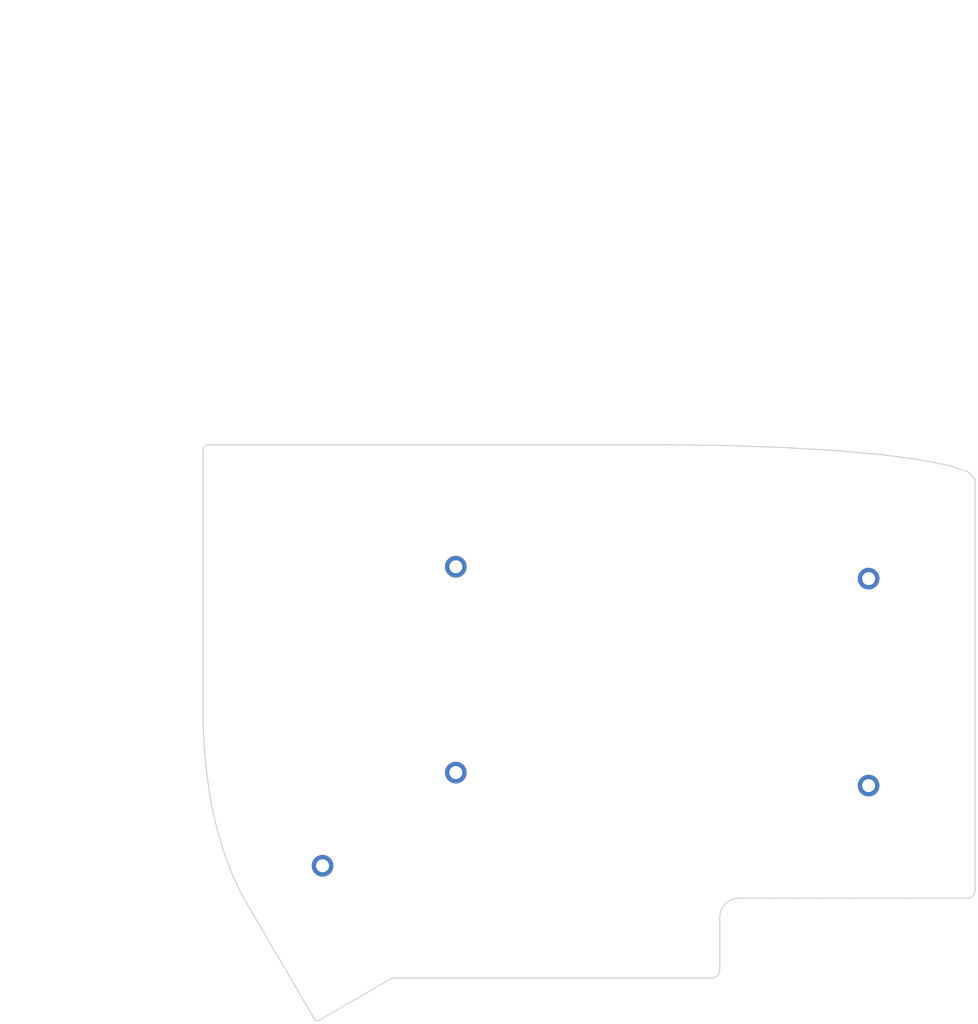
<source format=kicad_pcb>
(kicad_pcb (version 20171130) (host pcbnew "(5.0.0-3-g5ebb6b6)")

  (general
    (thickness 1.6)
    (drawings 121)
    (tracks 0)
    (zones 0)
    (modules 5)
    (nets 2)
  )

  (page A4)
  (layers
    (0 F.Cu signal)
    (31 B.Cu signal)
    (32 B.Adhes user)
    (33 F.Adhes user)
    (34 B.Paste user)
    (35 F.Paste user)
    (36 B.SilkS user)
    (37 F.SilkS user)
    (38 B.Mask user)
    (39 F.Mask user)
    (40 Dwgs.User user hide)
    (41 Cmts.User user)
    (42 Eco1.User user)
    (43 Eco2.User user)
    (44 Edge.Cuts user)
    (45 Margin user)
    (46 B.CrtYd user)
    (47 F.CrtYd user)
    (48 B.Fab user)
    (49 F.Fab user hide)
  )

  (setup
    (last_trace_width 0.25)
    (user_trace_width 0.25)
    (user_trace_width 0.5)
    (trace_clearance 0.2)
    (zone_clearance 0.508)
    (zone_45_only no)
    (trace_min 0.2)
    (segment_width 0.2)
    (edge_width 0.15)
    (via_size 0.4)
    (via_drill 0.3)
    (via_min_size 0.4)
    (via_min_drill 0.3)
    (uvia_size 0.3)
    (uvia_drill 0.1)
    (uvias_allowed no)
    (uvia_min_size 0.2)
    (uvia_min_drill 0.1)
    (pcb_text_width 0.3)
    (pcb_text_size 1.5 1.5)
    (mod_edge_width 0.15)
    (mod_text_size 1 1)
    (mod_text_width 0.15)
    (pad_size 4.9 4.9)
    (pad_drill 4.7)
    (pad_to_mask_clearance 0.2)
    (aux_axis_origin 0 0)
    (visible_elements FFFDFFFF)
    (pcbplotparams
      (layerselection 0x010f0_ffffffff)
      (usegerberextensions true)
      (usegerberattributes false)
      (usegerberadvancedattributes false)
      (creategerberjobfile false)
      (excludeedgelayer false)
      (linewidth 0.100000)
      (plotframeref false)
      (viasonmask true)
      (mode 1)
      (useauxorigin false)
      (hpglpennumber 1)
      (hpglpenspeed 20)
      (hpglpendiameter 15.000000)
      (psnegative false)
      (psa4output false)
      (plotreference true)
      (plotvalue true)
      (plotinvisibletext false)
      (padsonsilk true)
      (subtractmaskfromsilk false)
      (outputformat 1)
      (mirror false)
      (drillshape 0)
      (scaleselection 1)
      (outputdirectory "gerber/"))
  )

  (net 0 "")
  (net 1 GND)

  (net_class Default "これは標準のネット クラスです。"
    (clearance 0.2)
    (trace_width 0.25)
    (via_dia 0.4)
    (via_drill 0.3)
    (uvia_dia 0.3)
    (uvia_drill 0.1)
  )

  (net_class GND ""
    (clearance 0.2)
    (trace_width 0.5)
    (via_dia 0.4)
    (via_drill 0.3)
    (uvia_dia 0.3)
    (uvia_drill 0.1)
  )

  (net_class VCC ""
    (clearance 0.2)
    (trace_width 0.5)
    (via_dia 0.4)
    (via_drill 0.3)
    (uvia_dia 0.3)
    (uvia_drill 0.1)
  )

  (module Lily58-footprint:M2_HOLE_PCB (layer F.Cu) (tedit 5BA4F97A) (tstamp 5B8BE94E)
    (at 129.6 59.6)
    (path /5B74DA95)
    (fp_text reference TH3 (at 0 2.7) (layer F.SilkS) hide
      (effects (font (size 1 1) (thickness 0.15)))
    )
    (fp_text value HOLE (at 0 -2.6) (layer F.Fab)
      (effects (font (size 1 1) (thickness 0.15)))
    )
    (pad "" thru_hole circle (at 0 0) (size 4 4) (drill 2.4) (layers *.Cu *.Mask))
  )

  (module Lily58-footprint:M2_HOLE_PCB (layer F.Cu) (tedit 5BA4F97A) (tstamp 5B8BE953)
    (at 205.8 61.8)
    (path /5B74D1C0)
    (fp_text reference TH4 (at 0 2.7) (layer F.SilkS) hide
      (effects (font (size 1 1) (thickness 0.15)))
    )
    (fp_text value HOLE (at 0 -2.6) (layer F.Fab)
      (effects (font (size 1 1) (thickness 0.15)))
    )
    (pad "" thru_hole circle (at 0 0) (size 4 4) (drill 2.4) (layers *.Cu *.Mask))
  )

  (module Lily58-footprint:M2_HOLE_PCB (layer F.Cu) (tedit 5BA4F97A) (tstamp 5B8BE958)
    (at 129.6 97.6)
    (path /5B74D78B)
    (fp_text reference TH5 (at 0 2.7) (layer F.SilkS) hide
      (effects (font (size 1 1) (thickness 0.15)))
    )
    (fp_text value HOLE (at 0 -2.6) (layer F.Fab)
      (effects (font (size 1 1) (thickness 0.15)))
    )
    (pad "" thru_hole circle (at 0 0) (size 4 4) (drill 2.4) (layers *.Cu *.Mask))
  )

  (module Lily58-footprint:M2_HOLE_PCB (layer F.Cu) (tedit 5BA4F97A) (tstamp 5B8BE95D)
    (at 205.8 100)
    (path /5B74D88C)
    (fp_text reference TH6 (at 0 2.7) (layer F.SilkS) hide
      (effects (font (size 1 1) (thickness 0.15)))
    )
    (fp_text value HOLE (at 0 -2.6) (layer F.Fab)
      (effects (font (size 1 1) (thickness 0.15)))
    )
    (pad "" thru_hole circle (at 0 0) (size 4 4) (drill 2.4) (layers *.Cu *.Mask))
  )

  (module Lily58-footprint:M2_HOLE_PCB (layer F.Cu) (tedit 5BA4F97A) (tstamp 5B8BE962)
    (at 105 114.8 90)
    (path /5B74D98F)
    (fp_text reference TH7 (at 0 2.7 90) (layer F.SilkS) hide
      (effects (font (size 1 1) (thickness 0.15)))
    )
    (fp_text value HOLE (at 0 -2.6 90) (layer F.Fab)
      (effects (font (size 1 1) (thickness 0.15)))
    )
    (pad "" thru_hole circle (at 0 0 90) (size 4 4) (drill 2.4) (layers *.Cu *.Mask))
  )

  (gr_line (start 116.186619 136.480784) (end 117.862313 135.510645) (layer Edge.Cuts) (width 0.2))
  (gr_line (start 114.510925 137.450923) (end 116.186619 136.480784) (layer Edge.Cuts) (width 0.2))
  (gr_line (start 82.937528 50.750629) (end 82.937528 44.443695) (layer Edge.Cuts) (width 0.2))
  (gr_line (start 82.937528 57.057562) (end 82.937528 50.750629) (layer Edge.Cuts) (width 0.2))
  (gr_line (start 115.211711 37.086762) (end 104.803877 37.086762) (layer Edge.Cuts) (width 0.2))
  (gr_line (start 218.692418 120.789735) (end 223.959999 120.789735) (layer Edge.Cuts) (width 0.2))
  (gr_line (start 213.424836 120.789735) (end 218.692418 120.789735) (layer Edge.Cuts) (width 0.2))
  (gr_line (start 208.157255 120.789735) (end 213.424836 120.789735) (layer Edge.Cuts) (width 0.2))
  (gr_line (start 202.889673 120.789735) (end 208.157255 120.789735) (layer Edge.Cuts) (width 0.2))
  (gr_line (start 197.622092 120.789735) (end 202.889673 120.789735) (layer Edge.Cuts) (width 0.2))
  (gr_line (start 192.354511 120.789735) (end 197.622092 120.789735) (layer Edge.Cuts) (width 0.2))
  (gr_line (start 187.086929 120.789735) (end 192.354511 120.789735) (layer Edge.Cuts) (width 0.2))
  (gr_line (start 181.819348 120.789735) (end 187.086929 120.789735) (layer Edge.Cuts) (width 0.2))
  (gr_line (start 181.113524 120.860778) (end 181.819348 120.789735) (layer Edge.Cuts) (width 0.2))
  (gr_line (start 180.456326 121.064561) (end 181.113524 120.860778) (layer Edge.Cuts) (width 0.2))
  (gr_line (start 179.861773 121.387065) (end 180.456326 121.064561) (layer Edge.Cuts) (width 0.2))
  (gr_line (start 179.343884 121.814271) (end 179.861773 121.387065) (layer Edge.Cuts) (width 0.2))
  (gr_line (start 178.916678 122.33216) (end 179.343884 121.814271) (layer Edge.Cuts) (width 0.2))
  (gr_line (start 178.594174 122.926713) (end 178.916678 122.33216) (layer Edge.Cuts) (width 0.2))
  (gr_line (start 178.390391 123.583911) (end 178.594174 122.926713) (layer Edge.Cuts) (width 0.2))
  (gr_line (start 178.319348 124.289735) (end 178.390391 123.583911) (layer Edge.Cuts) (width 0.2))
  (gr_line (start 199.807654 38.170488) (end 189.919538 37.585374) (layer Edge.Cuts) (width 0.2))
  (gr_line (start 208.420758 38.945561) (end 199.807654 38.170488) (layer Edge.Cuts) (width 0.2))
  (gr_line (start 215.525697 39.885159) (end 208.420758 38.945561) (layer Edge.Cuts) (width 0.2))
  (gr_line (start 220.889319 40.963847) (end 215.525697 39.885159) (layer Edge.Cuts) (width 0.2))
  (gr_line (start 178.989563 37.215654) (end 167.250881 37.086762) (layer Edge.Cuts) (width 0.2))
  (gr_line (start 189.919538 37.585374) (end 178.989563 37.215654) (layer Edge.Cuts) (width 0.2))
  (gr_line (start 177.658308 135.25566) (end 177.4035 135.393876) (layer Edge.Cuts) (width 0.2))
  (gr_line (start 177.880261 135.072571) (end 177.658308 135.25566) (layer Edge.Cuts) (width 0.2))
  (gr_line (start 178.063349 134.850619) (end 177.880261 135.072571) (layer Edge.Cuts) (width 0.2))
  (gr_line (start 178.201565 134.59581) (end 178.063349 134.850619) (layer Edge.Cuts) (width 0.2))
  (gr_line (start 178.288901 134.314154) (end 178.201565 134.59581) (layer Edge.Cuts) (width 0.2))
  (gr_line (start 178.319348 134.011658) (end 178.288901 134.314154) (layer Edge.Cuts) (width 0.2))
  (gr_line (start 225.46 52.918378) (end 225.46 62.4) (layer Edge.Cuts) (width 0.2))
  (gr_line (start 225.46 43.436755) (end 225.46 52.918378) (layer Edge.Cuts) (width 0.2))
  (gr_line (start 82.937528 69.671429) (end 82.937528 63.364495) (layer Edge.Cuts) (width 0.2))
  (gr_line (start 82.937528 75.978362) (end 82.937528 69.671429) (layer Edge.Cuts) (width 0.2))
  (gr_line (start 82.937528 82.285296) (end 82.937528 75.978362) (layer Edge.Cuts) (width 0.2))
  (gr_line (start 82.937528 88.592229) (end 82.937528 82.285296) (layer Edge.Cuts) (width 0.2))
  (gr_line (start 104.803877 37.086762) (end 94.396044 37.086762) (layer Edge.Cuts) (width 0.2))
  (gr_line (start 125.619545 37.086762) (end 115.211711 37.086762) (layer Edge.Cuts) (width 0.2))
  (gr_line (start 136.027379 37.086762) (end 125.619545 37.086762) (layer Edge.Cuts) (width 0.2))
  (gr_line (start 146.435213 37.086762) (end 136.027379 37.086762) (layer Edge.Cuts) (width 0.2))
  (gr_line (start 156.843047 37.086762) (end 146.435213 37.086762) (layer Edge.Cuts) (width 0.2))
  (gr_line (start 167.250881 37.086762) (end 156.843047 37.086762) (layer Edge.Cuts) (width 0.2))
  (gr_line (start 83.400937 37.265961) (end 83.579303 37.16921) (layer Edge.Cuts) (width 0.2))
  (gr_line (start 83.24557 37.394123) (end 83.400937 37.265961) (layer Edge.Cuts) (width 0.2))
  (gr_line (start 83.117409 37.549489) (end 83.24557 37.394123) (layer Edge.Cuts) (width 0.2))
  (gr_line (start 83.020657 37.727855) (end 83.117409 37.549489) (layer Edge.Cuts) (width 0.2))
  (gr_line (start 82.959523 37.925015) (end 83.020657 37.727855) (layer Edge.Cuts) (width 0.2))
  (gr_line (start 82.93821 38.136762) (end 82.959523 37.925015) (layer Edge.Cuts) (width 0.2))
  (gr_line (start 83.776462 37.108075) (end 83.98821 37.086762) (layer Edge.Cuts) (width 0.2))
  (gr_line (start 83.579303 37.16921) (end 83.776462 37.108075) (layer Edge.Cuts) (width 0.2))
  (gr_line (start 94.396044 37.086762) (end 83.98821 37.086762) (layer Edge.Cuts) (width 0.2))
  (gr_line (start 82.937528 63.364495) (end 82.937528 57.057562) (layer Edge.Cuts) (width 0.2))
  (gr_line (start 82.937528 44.443695) (end 82.937528 38.136762) (layer Edge.Cuts) (width 0.2))
  (gr_line (start 88.291758 116.318073) (end 89.993333 119.98954) (layer Edge.Cuts) (width 0.2))
  (gr_line (start 86.863105 112.53067) (end 88.291758 116.318073) (layer Edge.Cuts) (width 0.2))
  (gr_line (start 85.688004 108.649127) (end 86.863105 112.53067) (layer Edge.Cuts) (width 0.2))
  (gr_line (start 84.747083 104.695246) (end 85.688004 108.649127) (layer Edge.Cuts) (width 0.2))
  (gr_line (start 84.020972 100.690825) (end 84.747083 104.695246) (layer Edge.Cuts) (width 0.2))
  (gr_line (start 83.490297 96.657663) (end 84.020972 100.690825) (layer Edge.Cuts) (width 0.2))
  (gr_line (start 83.13569 92.617561) (end 83.490297 96.657663) (layer Edge.Cuts) (width 0.2))
  (gr_line (start 82.937777 88.592317) (end 83.13569 92.617561) (layer Edge.Cuts) (width 0.2))
  (gr_line (start 104.288864 143.357278) (end 104.456758 143.271756) (layer Edge.Cuts) (width 0.2))
  (gr_line (start 104.130206 143.404468) (end 104.288864 143.357278) (layer Edge.Cuts) (width 0.2))
  (gr_line (start 103.981252 143.413974) (end 104.130206 143.404468) (layer Edge.Cuts) (width 0.2))
  (gr_line (start 103.84247 143.386445) (end 103.981252 143.413974) (layer Edge.Cuts) (width 0.2))
  (gr_line (start 103.714328 143.322532) (end 103.84247 143.386445) (layer Edge.Cuts) (width 0.2))
  (gr_line (start 103.597295 143.222884) (end 103.714328 143.322532) (layer Edge.Cuts) (width 0.2))
  (gr_line (start 103.491837 143.08815) (end 103.597295 143.222884) (layer Edge.Cuts) (width 0.2))
  (gr_line (start 103.398425 142.918979) (end 103.491837 143.08815) (layer Edge.Cuts) (width 0.2))
  (gr_line (start 112.83523 138.421062) (end 114.510925 137.450923) (layer Edge.Cuts) (width 0.2))
  (gr_line (start 111.159536 139.391201) (end 112.83523 138.421062) (layer Edge.Cuts) (width 0.2))
  (gr_line (start 109.483841 140.36134) (end 111.159536 139.391201) (layer Edge.Cuts) (width 0.2))
  (gr_line (start 107.808147 141.331479) (end 109.483841 140.36134) (layer Edge.Cuts) (width 0.2))
  (gr_line (start 106.132452 142.301617) (end 107.808147 141.331479) (layer Edge.Cuts) (width 0.2))
  (gr_line (start 104.456758 143.271756) (end 106.132452 142.301617) (layer Edge.Cuts) (width 0.2))
  (gr_line (start 101.72273 140.052659) (end 103.398425 142.918979) (layer Edge.Cuts) (width 0.2))
  (gr_line (start 100.047036 137.18634) (end 101.72273 140.052659) (layer Edge.Cuts) (width 0.2))
  (gr_line (start 98.371341 134.32002) (end 100.047036 137.18634) (layer Edge.Cuts) (width 0.2))
  (gr_line (start 96.695647 131.453701) (end 98.371341 134.32002) (layer Edge.Cuts) (width 0.2))
  (gr_line (start 95.019952 128.587381) (end 96.695647 131.453701) (layer Edge.Cuts) (width 0.2))
  (gr_line (start 93.344258 125.721062) (end 95.019952 128.587381) (layer Edge.Cuts) (width 0.2))
  (gr_line (start 91.668563 122.854742) (end 93.344258 125.721062) (layer Edge.Cuts) (width 0.2))
  (gr_line (start 89.992869 119.988423) (end 91.668563 122.854742) (layer Edge.Cuts) (width 0.2))
  (gr_line (start 169.449826 135.511658) (end 176.819348 135.511658) (layer Edge.Cuts) (width 0.2))
  (gr_line (start 162.080304 135.511658) (end 169.449826 135.511658) (layer Edge.Cuts) (width 0.2))
  (gr_line (start 154.710782 135.511658) (end 162.080304 135.511658) (layer Edge.Cuts) (width 0.2))
  (gr_line (start 147.34126 135.511658) (end 154.710782 135.511658) (layer Edge.Cuts) (width 0.2))
  (gr_line (start 139.971738 135.511658) (end 147.34126 135.511658) (layer Edge.Cuts) (width 0.2))
  (gr_line (start 132.602217 135.511658) (end 139.971738 135.511658) (layer Edge.Cuts) (width 0.2))
  (gr_line (start 125.232695 135.511658) (end 132.602217 135.511658) (layer Edge.Cuts) (width 0.2))
  (gr_line (start 117.863173 135.511658) (end 125.232695 135.511658) (layer Edge.Cuts) (width 0.2))
  (gr_line (start 178.319348 132.816013) (end 178.319348 134.034052) (layer Edge.Cuts) (width 0.2))
  (gr_line (start 178.319348 131.597973) (end 178.319348 132.816013) (layer Edge.Cuts) (width 0.2))
  (gr_line (start 178.319348 130.379933) (end 178.319348 131.597973) (layer Edge.Cuts) (width 0.2))
  (gr_line (start 178.319348 129.161894) (end 178.319348 130.379933) (layer Edge.Cuts) (width 0.2))
  (gr_line (start 178.319348 127.943854) (end 178.319348 129.161894) (layer Edge.Cuts) (width 0.2))
  (gr_line (start 178.319348 126.725814) (end 178.319348 127.943854) (layer Edge.Cuts) (width 0.2))
  (gr_line (start 178.319348 125.507775) (end 178.319348 126.725814) (layer Edge.Cuts) (width 0.2))
  (gr_line (start 178.319348 124.289735) (end 178.319348 125.507775) (layer Edge.Cuts) (width 0.2))
  (gr_line (start 177.121844 135.481211) (end 176.819348 135.511658) (layer Edge.Cuts) (width 0.2))
  (gr_line (start 177.4035 135.393876) (end 177.121844 135.481211) (layer Edge.Cuts) (width 0.2))
  (gr_line (start 224.278471 42.15619) (end 220.889319 40.963847) (layer Edge.Cuts) (width 0.2))
  (gr_line (start 225.46 43.436755) (end 224.278471 42.15619) (layer Edge.Cuts) (width 0.2))
  (gr_line (start 224.262495 120.759288) (end 223.959999 120.789735) (layer Edge.Cuts) (width 0.2))
  (gr_line (start 224.544152 120.671952) (end 224.262495 120.759288) (layer Edge.Cuts) (width 0.2))
  (gr_line (start 224.79896 120.533736) (end 224.544152 120.671952) (layer Edge.Cuts) (width 0.2))
  (gr_line (start 225.020912 120.350648) (end 224.79896 120.533736) (layer Edge.Cuts) (width 0.2))
  (gr_line (start 225.204001 120.128696) (end 225.020912 120.350648) (layer Edge.Cuts) (width 0.2))
  (gr_line (start 225.342217 119.873887) (end 225.204001 120.128696) (layer Edge.Cuts) (width 0.2))
  (gr_line (start 225.429552 119.592231) (end 225.342217 119.873887) (layer Edge.Cuts) (width 0.2))
  (gr_line (start 225.459999 119.289735) (end 225.429552 119.592231) (layer Edge.Cuts) (width 0.2))
  (gr_line (start 225.46 109.808112) (end 225.46 119.289735) (layer Edge.Cuts) (width 0.2))
  (gr_line (start 225.46 100.32649) (end 225.46 109.808112) (layer Edge.Cuts) (width 0.2))
  (gr_line (start 225.46 90.844867) (end 225.46 100.32649) (layer Edge.Cuts) (width 0.2))
  (gr_line (start 225.46 81.363245) (end 225.46 90.844867) (layer Edge.Cuts) (width 0.2))
  (gr_line (start 225.46 71.881623) (end 225.46 81.363245) (layer Edge.Cuts) (width 0.2))
  (gr_line (start 225.46 62.4) (end 225.46 71.881623) (layer Edge.Cuts) (width 0.2))
  (gr_line (start 45.503294 -44.952764) (end 45.503294 -44.952764) (layer Eco2.User) (width 0.1))

  (zone (net 1) (net_name GND) (layer F.Cu) (tstamp 5C0BBCF6) (hatch edge 0.508)
    (connect_pads (clearance 0.508))
    (min_thickness 0.254)
    (fill yes (arc_segments 16) (thermal_gap 0.508) (thermal_bridge_width 0.508))
    (polygon
      (pts
        (xy 83 37) (xy 226 37) (xy 226 121) (xy 180 121) (xy 180 136)
        (xy 118 136) (xy 104 144) (xy 90 120) (xy 83 103)
      )
    )
  )
  (zone (net 1) (net_name GND) (layer B.Cu) (tstamp 5C0BBCF3) (hatch edge 0.508)
    (connect_pads (clearance 0.508))
    (min_thickness 0.254)
    (fill yes (arc_segments 16) (thermal_gap 0.508) (thermal_bridge_width 0.508))
    (polygon
      (pts
        (xy 83 37) (xy 226 37) (xy 226 121) (xy 180 121) (xy 180 136)
        (xy 118 136) (xy 104 144) (xy 90 120) (xy 83 103)
      )
    )
  )
)

</source>
